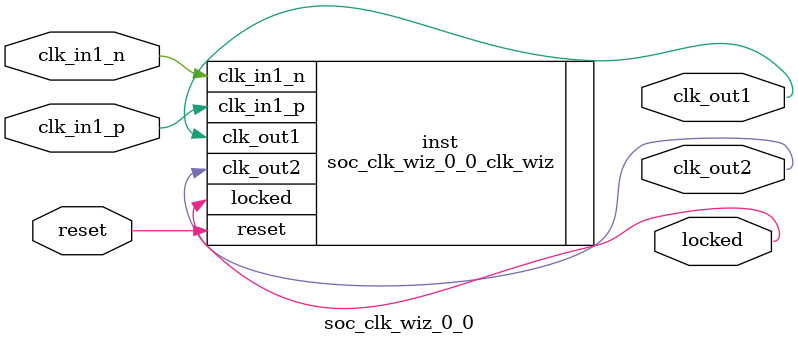
<source format=v>


`timescale 1ps/1ps

(* CORE_GENERATION_INFO = "soc_clk_wiz_0_0,clk_wiz_v5_4_2_0,{component_name=soc_clk_wiz_0_0,use_phase_alignment=true,use_min_o_jitter=false,use_max_i_jitter=false,use_dyn_phase_shift=false,use_inclk_switchover=false,use_dyn_reconfig=false,enable_axi=0,feedback_source=FDBK_AUTO,PRIMITIVE=MMCM,num_out_clk=2,clkin1_period=5.000,clkin2_period=10.0,use_power_down=false,use_reset=true,use_locked=true,use_inclk_stopped=false,feedback_type=SINGLE,CLOCK_MGR_TYPE=NA,manual_override=false}" *)

module soc_clk_wiz_0_0 
 (
  // Clock out ports
  output        clk_out1,
  output        clk_out2,
  // Status and control signals
  input         reset,
  output        locked,
 // Clock in ports
  input         clk_in1_p,
  input         clk_in1_n
 );

  soc_clk_wiz_0_0_clk_wiz inst
  (
  // Clock out ports  
  .clk_out1(clk_out1),
  .clk_out2(clk_out2),
  // Status and control signals               
  .reset(reset), 
  .locked(locked),
 // Clock in ports
  .clk_in1_p(clk_in1_p),
  .clk_in1_n(clk_in1_n)
  );

endmodule

</source>
